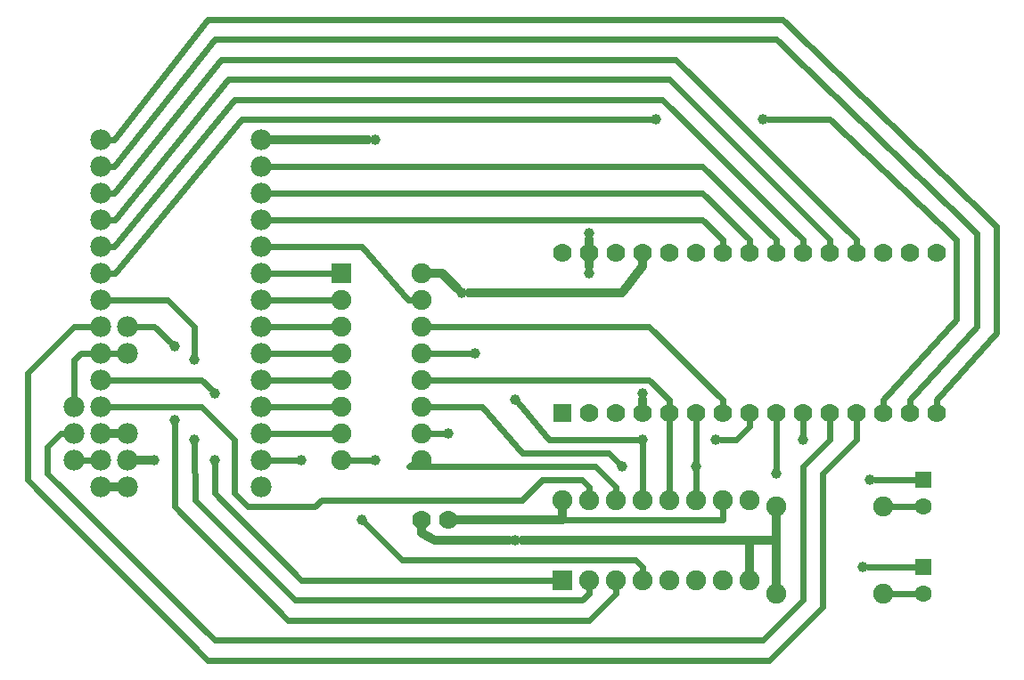
<source format=gbl>
G04 MADE WITH FRITZING*
G04 WWW.FRITZING.ORG*
G04 DOUBLE SIDED*
G04 HOLES PLATED*
G04 CONTOUR ON CENTER OF CONTOUR VECTOR*
%ASAXBY*%
%FSLAX23Y23*%
%MOIN*%
%OFA0B0*%
%SFA1.0B1.0*%
%ADD10C,0.070000*%
%ADD11C,0.078000*%
%ADD12C,0.075000*%
%ADD13C,0.039370*%
%ADD14C,0.062992*%
%ADD15R,0.070000X0.069972*%
%ADD16R,0.075000X0.075000*%
%ADD17R,0.062992X0.062992*%
%ADD18C,0.024000*%
%ADD19C,0.032000*%
%LNCOPPER0*%
G90*
G70*
G54D10*
X2126Y1039D03*
X2226Y1039D03*
X2326Y1039D03*
X2426Y1039D03*
X2526Y1039D03*
X2626Y1039D03*
X2726Y1039D03*
X2826Y1039D03*
X2926Y1039D03*
X3026Y1039D03*
X3126Y1039D03*
X3226Y1039D03*
X3326Y1039D03*
X3426Y1039D03*
X3526Y1039D03*
X2126Y1639D03*
X2226Y1639D03*
X2326Y1639D03*
X2426Y1639D03*
X2526Y1639D03*
X2626Y1639D03*
X2726Y1639D03*
X2826Y1639D03*
X2926Y1639D03*
X3026Y1639D03*
X3126Y1639D03*
X3226Y1639D03*
X3326Y1639D03*
X3426Y1639D03*
X3526Y1639D03*
G54D11*
X1001Y2064D03*
X1001Y1964D03*
X1001Y1864D03*
X1001Y1764D03*
X1001Y1664D03*
X1001Y1564D03*
X1001Y1464D03*
X1001Y1364D03*
X1001Y1264D03*
X1001Y1164D03*
X1001Y1064D03*
X1001Y964D03*
X401Y2064D03*
X401Y1964D03*
X401Y1864D03*
X401Y1764D03*
X401Y1664D03*
X401Y1564D03*
X401Y1464D03*
X401Y1364D03*
X401Y1264D03*
X401Y1164D03*
X401Y1064D03*
X401Y964D03*
G54D10*
X1701Y639D03*
X1600Y639D03*
G54D11*
X401Y764D03*
X401Y864D03*
X1001Y764D03*
X1001Y864D03*
X301Y964D03*
X301Y1064D03*
X301Y864D03*
X501Y1364D03*
X501Y1264D03*
G54D12*
X1301Y1564D03*
X1601Y1564D03*
X1301Y1464D03*
X1601Y1464D03*
X1301Y1364D03*
X1601Y1364D03*
X1301Y1264D03*
X1601Y1264D03*
X1301Y1164D03*
X1601Y1164D03*
X1301Y1064D03*
X1601Y1064D03*
X1301Y964D03*
X1601Y964D03*
X1301Y864D03*
X1601Y864D03*
X2126Y414D03*
X2126Y714D03*
X2226Y414D03*
X2226Y714D03*
X2326Y414D03*
X2326Y714D03*
X2426Y414D03*
X2426Y714D03*
X2526Y414D03*
X2526Y714D03*
X2626Y414D03*
X2626Y714D03*
X2726Y414D03*
X2726Y714D03*
X2826Y414D03*
X2826Y714D03*
G54D11*
X501Y764D03*
X501Y964D03*
X501Y864D03*
G54D13*
X2426Y939D03*
X2701Y939D03*
X2626Y839D03*
X2351Y839D03*
X1426Y864D03*
X1701Y964D03*
X1376Y639D03*
X2876Y2139D03*
X2476Y2139D03*
X1801Y1264D03*
X1951Y1089D03*
X826Y864D03*
X826Y1114D03*
X751Y939D03*
X751Y1239D03*
X676Y1289D03*
X676Y1014D03*
X601Y864D03*
X1426Y2064D03*
X1951Y564D03*
X1151Y864D03*
X2426Y1114D03*
X1751Y1489D03*
X2226Y1714D03*
X2226Y1564D03*
G54D12*
X2926Y364D03*
X3326Y364D03*
X2926Y689D03*
X3326Y689D03*
G54D14*
X3476Y463D03*
X3476Y364D03*
X3476Y788D03*
X3476Y689D03*
G54D13*
X3026Y939D03*
X3276Y789D03*
X2926Y814D03*
X3251Y464D03*
G54D15*
X2126Y1039D03*
G54D16*
X1301Y1564D03*
X2126Y414D03*
G54D17*
X3476Y463D03*
X3476Y788D03*
G54D18*
X451Y1664D02*
X431Y1664D01*
D02*
X3026Y1689D02*
X2501Y2214D01*
D02*
X2501Y2214D02*
X901Y2214D01*
D02*
X3026Y1668D02*
X3026Y1689D01*
D02*
X901Y2214D02*
X451Y1664D01*
D02*
X452Y1764D02*
X431Y1764D01*
D02*
X3126Y1689D02*
X2526Y2289D01*
D02*
X2526Y2289D02*
X876Y2289D01*
D02*
X3126Y1668D02*
X3126Y1689D01*
D02*
X876Y2289D02*
X452Y1764D01*
D02*
X451Y1864D02*
X431Y1864D01*
D02*
X851Y2364D02*
X451Y1864D01*
D02*
X3226Y1668D02*
X3226Y1689D01*
D02*
X3226Y1689D02*
X2551Y2364D01*
D02*
X2551Y2364D02*
X851Y2364D01*
D02*
X2926Y1689D02*
X2926Y1668D01*
D02*
X1031Y1964D02*
X2651Y1964D01*
D02*
X2651Y1964D02*
X2926Y1689D01*
D02*
X2826Y1689D02*
X2826Y1668D01*
D02*
X1031Y1864D02*
X2651Y1864D01*
D02*
X2651Y1864D02*
X2826Y1689D01*
D02*
X2726Y1689D02*
X2726Y1668D01*
D02*
X2651Y1764D02*
X2726Y1689D01*
D02*
X1031Y1764D02*
X2651Y1764D01*
D02*
X1031Y1564D02*
X1272Y1564D01*
D02*
X1031Y1464D02*
X1272Y1464D01*
D02*
X1031Y1364D02*
X1272Y1364D01*
D02*
X1031Y1264D02*
X1272Y1264D01*
D02*
X1272Y1164D02*
X1031Y1164D01*
D02*
X1031Y1064D02*
X1272Y1064D01*
D02*
X1272Y964D02*
X1031Y964D01*
G54D19*
D02*
X1651Y564D02*
X1926Y564D01*
D02*
X1975Y564D02*
X2827Y564D01*
D02*
X1601Y608D02*
X1601Y589D01*
D02*
X1601Y589D02*
X1651Y564D01*
D02*
X2827Y564D02*
X2826Y448D01*
G54D18*
D02*
X2726Y1089D02*
X2726Y1068D01*
D02*
X2451Y1364D02*
X2726Y1089D01*
D02*
X1629Y1364D02*
X2451Y1364D01*
D02*
X3227Y938D02*
X3226Y1010D01*
D02*
X2901Y112D02*
X3101Y312D01*
D02*
X3101Y812D02*
X3227Y938D01*
D02*
X801Y112D02*
X2901Y112D01*
D02*
X3101Y312D02*
X3101Y812D01*
D02*
X370Y1364D02*
X301Y1364D01*
D02*
X301Y1364D02*
X126Y1189D01*
D02*
X126Y789D02*
X801Y112D01*
D02*
X126Y1189D02*
X126Y789D01*
D02*
X1127Y338D02*
X2201Y339D01*
D02*
X751Y920D02*
X752Y712D01*
D02*
X2201Y339D02*
X2226Y364D01*
D02*
X752Y712D02*
X1127Y338D01*
D02*
X651Y1464D02*
X751Y1364D01*
D02*
X2226Y364D02*
X2226Y386D01*
D02*
X751Y1364D02*
X751Y1258D01*
D02*
X431Y1464D02*
X651Y1464D01*
D02*
X2401Y490D02*
X2427Y464D01*
D02*
X2427Y464D02*
X2426Y443D01*
D02*
X1526Y489D02*
X2401Y490D01*
D02*
X1389Y626D02*
X1526Y489D01*
D02*
X431Y1164D02*
X776Y1164D01*
D02*
X776Y1164D02*
X812Y1128D01*
D02*
X826Y739D02*
X1151Y414D01*
D02*
X826Y845D02*
X826Y739D01*
D02*
X1151Y414D02*
X2097Y414D01*
G54D19*
D02*
X470Y964D02*
X431Y964D01*
D02*
X470Y764D02*
X431Y764D01*
G54D18*
D02*
X2451Y1164D02*
X1629Y1164D01*
D02*
X2526Y1089D02*
X2451Y1164D01*
D02*
X2526Y1068D02*
X2526Y1089D01*
D02*
X2526Y1010D02*
X2526Y743D01*
D02*
X3127Y938D02*
X3126Y1010D01*
D02*
X201Y814D02*
X827Y190D01*
D02*
X3027Y338D02*
X3027Y838D01*
D02*
X201Y914D02*
X201Y814D01*
D02*
X3027Y838D02*
X3127Y938D01*
D02*
X251Y964D02*
X201Y914D01*
D02*
X2875Y190D02*
X3027Y338D01*
D02*
X270Y964D02*
X251Y964D01*
D02*
X827Y190D02*
X2875Y190D01*
D02*
X2827Y990D02*
X2826Y1010D01*
D02*
X2426Y743D02*
X2426Y920D01*
D02*
X2775Y938D02*
X2827Y990D01*
D02*
X2720Y939D02*
X2775Y938D01*
G54D19*
D02*
X1676Y1564D02*
X1635Y1564D01*
D02*
X1733Y1507D02*
X1676Y1564D01*
D02*
X2351Y1489D02*
X1775Y1489D01*
D02*
X2427Y1590D02*
X2351Y1489D01*
D02*
X2426Y1610D02*
X2427Y1590D01*
G54D18*
D02*
X2626Y743D02*
X2626Y820D01*
D02*
X662Y1303D02*
X601Y1364D01*
D02*
X2227Y264D02*
X1101Y264D01*
D02*
X601Y1364D02*
X531Y1364D01*
D02*
X2326Y364D02*
X2227Y264D01*
D02*
X675Y690D02*
X676Y995D01*
D02*
X1101Y264D02*
X675Y690D01*
D02*
X2326Y386D02*
X2326Y364D01*
D02*
X470Y1264D02*
X431Y1264D01*
D02*
X326Y1264D02*
X370Y1264D01*
D02*
X301Y1094D02*
X301Y1239D01*
D02*
X301Y1239D02*
X326Y1264D01*
D02*
X2051Y789D02*
X1976Y714D01*
D02*
X776Y1064D02*
X431Y1064D01*
D02*
X1976Y714D02*
X1226Y714D01*
D02*
X901Y939D02*
X776Y1064D01*
D02*
X901Y739D02*
X901Y939D01*
D02*
X1201Y689D02*
X951Y689D01*
D02*
X2226Y764D02*
X2201Y789D01*
D02*
X2201Y789D02*
X2051Y789D01*
D02*
X1226Y714D02*
X1201Y689D01*
D02*
X951Y689D02*
X901Y739D01*
D02*
X2226Y743D02*
X2226Y764D01*
D02*
X2326Y764D02*
X2326Y743D01*
D02*
X2251Y839D02*
X2326Y764D01*
D02*
X1552Y838D02*
X2251Y839D01*
D02*
X1575Y851D02*
X1552Y838D01*
D02*
X2126Y639D02*
X2126Y686D01*
D02*
X2726Y686D02*
X2726Y639D01*
D02*
X2726Y639D02*
X2126Y639D01*
D02*
X2407Y939D02*
X2076Y939D01*
D02*
X1782Y1264D02*
X1629Y1264D01*
D02*
X2076Y939D02*
X1963Y1075D01*
D02*
X2626Y858D02*
X2626Y1010D01*
D02*
X2337Y853D02*
X2301Y889D01*
D02*
X2301Y889D02*
X1976Y889D01*
D02*
X1976Y889D02*
X1826Y1064D01*
D02*
X1826Y1064D02*
X1629Y1064D01*
D02*
X1629Y964D02*
X1682Y964D01*
G54D19*
D02*
X1732Y639D02*
X2126Y639D01*
D02*
X2126Y639D02*
X2126Y686D01*
G54D18*
D02*
X1376Y1664D02*
X1031Y1664D01*
D02*
X1407Y864D02*
X1329Y864D01*
D02*
X3326Y1089D02*
X3326Y1068D01*
D02*
X3601Y1389D02*
X3326Y1089D01*
D02*
X3601Y1689D02*
X3601Y1389D01*
D02*
X2895Y2139D02*
X3126Y2139D01*
D02*
X3126Y2139D02*
X3601Y1689D01*
D02*
X926Y2139D02*
X2457Y2139D01*
D02*
X452Y1564D02*
X926Y2139D01*
D02*
X431Y1564D02*
X452Y1564D01*
D02*
X826Y2439D02*
X451Y1964D01*
D02*
X451Y1964D02*
X431Y1964D01*
D02*
X2926Y2439D02*
X826Y2439D01*
D02*
X3676Y1714D02*
X2926Y2439D01*
D02*
X3676Y1364D02*
X3676Y1714D01*
D02*
X3426Y1089D02*
X3676Y1364D01*
D02*
X3426Y1068D02*
X3426Y1089D01*
D02*
X431Y2064D02*
X451Y2064D01*
D02*
X451Y2064D02*
X801Y2514D01*
D02*
X801Y2514D02*
X2951Y2514D01*
D02*
X2951Y2514D02*
X3751Y1739D01*
D02*
X3751Y1739D02*
X3751Y1339D01*
D02*
X3526Y1089D02*
X3526Y1068D01*
D02*
X3751Y1339D02*
X3526Y1089D01*
D02*
X331Y864D02*
X370Y864D01*
G54D19*
D02*
X531Y864D02*
X582Y864D01*
D02*
X1036Y2064D02*
X1401Y2064D01*
G54D18*
D02*
X1031Y864D02*
X1132Y864D01*
G54D19*
D02*
X2426Y1090D02*
X2426Y1074D01*
G54D18*
D02*
X1551Y1464D02*
X1376Y1664D01*
D02*
X1572Y1464D02*
X1551Y1464D01*
G54D19*
D02*
X2226Y1690D02*
X2226Y1674D01*
D02*
X2226Y1589D02*
X2226Y1605D01*
G54D18*
D02*
X3449Y364D02*
X3354Y364D01*
D02*
X3449Y689D02*
X3354Y689D01*
D02*
X3026Y958D02*
X3026Y1010D01*
D02*
X3449Y788D02*
X3295Y789D01*
G54D19*
D02*
X2827Y564D02*
X2826Y448D01*
D02*
X2927Y564D02*
X2827Y564D01*
D02*
X2926Y393D02*
X2927Y412D01*
D02*
X2927Y412D02*
X2927Y564D01*
D02*
X2926Y398D02*
X2926Y655D01*
G54D18*
D02*
X2926Y833D02*
X2926Y1010D01*
D02*
X3449Y463D02*
X3270Y464D01*
G04 End of Copper0*
M02*
</source>
